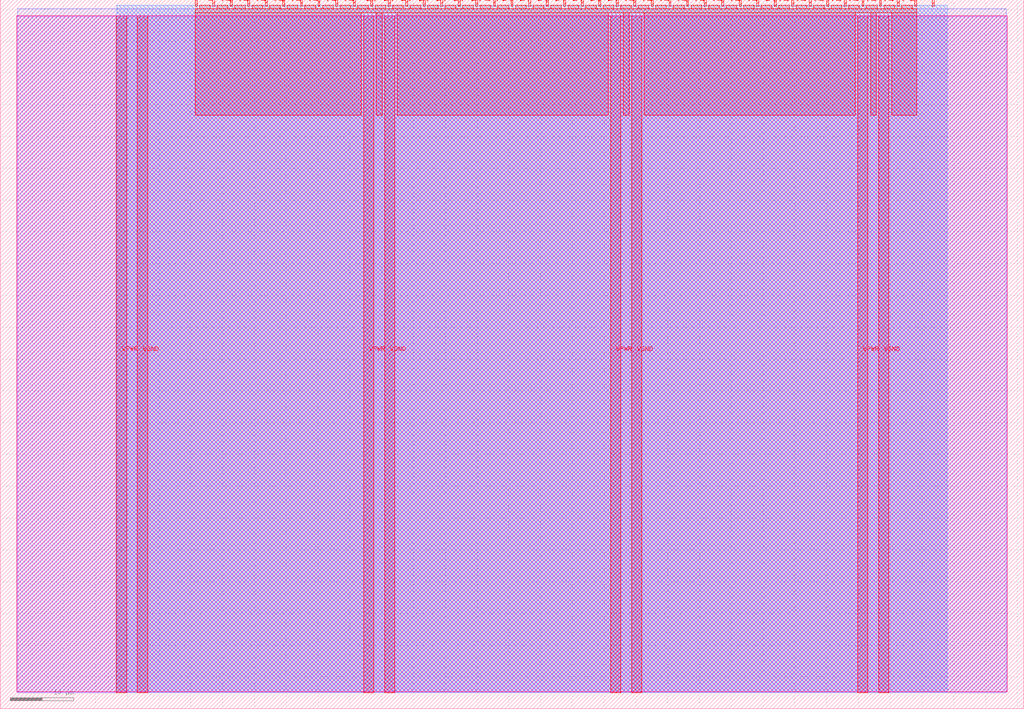
<source format=lef>
VERSION 5.7 ;
  NOWIREEXTENSIONATPIN ON ;
  DIVIDERCHAR "/" ;
  BUSBITCHARS "[]" ;
MACRO tt_um_kashmaster_carryskip
  CLASS BLOCK ;
  FOREIGN tt_um_kashmaster_carryskip ;
  ORIGIN 0.000 0.000 ;
  SIZE 161.000 BY 111.520 ;
  PIN VGND
    DIRECTION INOUT ;
    USE GROUND ;
    PORT
      LAYER met4 ;
        RECT 21.580 2.480 23.180 109.040 ;
    END
    PORT
      LAYER met4 ;
        RECT 60.450 2.480 62.050 109.040 ;
    END
    PORT
      LAYER met4 ;
        RECT 99.320 2.480 100.920 109.040 ;
    END
    PORT
      LAYER met4 ;
        RECT 138.190 2.480 139.790 109.040 ;
    END
  END VGND
  PIN VPWR
    DIRECTION INOUT ;
    USE POWER ;
    PORT
      LAYER met4 ;
        RECT 18.280 2.480 19.880 109.040 ;
    END
    PORT
      LAYER met4 ;
        RECT 57.150 2.480 58.750 109.040 ;
    END
    PORT
      LAYER met4 ;
        RECT 96.020 2.480 97.620 109.040 ;
    END
    PORT
      LAYER met4 ;
        RECT 134.890 2.480 136.490 109.040 ;
    END
  END VPWR
  PIN clk
    DIRECTION INPUT ;
    USE SIGNAL ;
    ANTENNAGATEAREA 0.852000 ;
    PORT
      LAYER met4 ;
        RECT 143.830 110.520 144.130 111.520 ;
    END
  END clk
  PIN ena
    DIRECTION INPUT ;
    USE SIGNAL ;
    PORT
      LAYER met4 ;
        RECT 146.590 110.520 146.890 111.520 ;
    END
  END ena
  PIN rst_n
    DIRECTION INPUT ;
    USE SIGNAL ;
    ANTENNAGATEAREA 0.159000 ;
    PORT
      LAYER met4 ;
        RECT 141.070 110.520 141.370 111.520 ;
    END
  END rst_n
  PIN ui_in[0]
    DIRECTION INPUT ;
    USE SIGNAL ;
    ANTENNAGATEAREA 0.196500 ;
    PORT
      LAYER met4 ;
        RECT 138.310 110.520 138.610 111.520 ;
    END
  END ui_in[0]
  PIN ui_in[1]
    DIRECTION INPUT ;
    USE SIGNAL ;
    ANTENNAGATEAREA 0.196500 ;
    PORT
      LAYER met4 ;
        RECT 135.550 110.520 135.850 111.520 ;
    END
  END ui_in[1]
  PIN ui_in[2]
    DIRECTION INPUT ;
    USE SIGNAL ;
    ANTENNAGATEAREA 0.196500 ;
    PORT
      LAYER met4 ;
        RECT 132.790 110.520 133.090 111.520 ;
    END
  END ui_in[2]
  PIN ui_in[3]
    DIRECTION INPUT ;
    USE SIGNAL ;
    ANTENNAGATEAREA 0.196500 ;
    PORT
      LAYER met4 ;
        RECT 130.030 110.520 130.330 111.520 ;
    END
  END ui_in[3]
  PIN ui_in[4]
    DIRECTION INPUT ;
    USE SIGNAL ;
    ANTENNAGATEAREA 0.196500 ;
    PORT
      LAYER met4 ;
        RECT 127.270 110.520 127.570 111.520 ;
    END
  END ui_in[4]
  PIN ui_in[5]
    DIRECTION INPUT ;
    USE SIGNAL ;
    ANTENNAGATEAREA 0.196500 ;
    PORT
      LAYER met4 ;
        RECT 124.510 110.520 124.810 111.520 ;
    END
  END ui_in[5]
  PIN ui_in[6]
    DIRECTION INPUT ;
    USE SIGNAL ;
    ANTENNAGATEAREA 0.196500 ;
    PORT
      LAYER met4 ;
        RECT 121.750 110.520 122.050 111.520 ;
    END
  END ui_in[6]
  PIN ui_in[7]
    DIRECTION INPUT ;
    USE SIGNAL ;
    ANTENNAGATEAREA 0.196500 ;
    PORT
      LAYER met4 ;
        RECT 118.990 110.520 119.290 111.520 ;
    END
  END ui_in[7]
  PIN uio_in[0]
    DIRECTION INPUT ;
    USE SIGNAL ;
    ANTENNAGATEAREA 0.196500 ;
    PORT
      LAYER met4 ;
        RECT 116.230 110.520 116.530 111.520 ;
    END
  END uio_in[0]
  PIN uio_in[1]
    DIRECTION INPUT ;
    USE SIGNAL ;
    ANTENNAGATEAREA 0.196500 ;
    PORT
      LAYER met4 ;
        RECT 113.470 110.520 113.770 111.520 ;
    END
  END uio_in[1]
  PIN uio_in[2]
    DIRECTION INPUT ;
    USE SIGNAL ;
    ANTENNAGATEAREA 0.196500 ;
    PORT
      LAYER met4 ;
        RECT 110.710 110.520 111.010 111.520 ;
    END
  END uio_in[2]
  PIN uio_in[3]
    DIRECTION INPUT ;
    USE SIGNAL ;
    ANTENNAGATEAREA 0.196500 ;
    PORT
      LAYER met4 ;
        RECT 107.950 110.520 108.250 111.520 ;
    END
  END uio_in[3]
  PIN uio_in[4]
    DIRECTION INPUT ;
    USE SIGNAL ;
    ANTENNAGATEAREA 0.196500 ;
    PORT
      LAYER met4 ;
        RECT 105.190 110.520 105.490 111.520 ;
    END
  END uio_in[4]
  PIN uio_in[5]
    DIRECTION INPUT ;
    USE SIGNAL ;
    ANTENNAGATEAREA 0.196500 ;
    PORT
      LAYER met4 ;
        RECT 102.430 110.520 102.730 111.520 ;
    END
  END uio_in[5]
  PIN uio_in[6]
    DIRECTION INPUT ;
    USE SIGNAL ;
    ANTENNAGATEAREA 0.196500 ;
    PORT
      LAYER met4 ;
        RECT 99.670 110.520 99.970 111.520 ;
    END
  END uio_in[6]
  PIN uio_in[7]
    DIRECTION INPUT ;
    USE SIGNAL ;
    ANTENNAGATEAREA 0.196500 ;
    PORT
      LAYER met4 ;
        RECT 96.910 110.520 97.210 111.520 ;
    END
  END uio_in[7]
  PIN uio_oe[0]
    DIRECTION OUTPUT ;
    USE SIGNAL ;
    PORT
      LAYER met4 ;
        RECT 49.990 110.520 50.290 111.520 ;
    END
  END uio_oe[0]
  PIN uio_oe[1]
    DIRECTION OUTPUT ;
    USE SIGNAL ;
    PORT
      LAYER met4 ;
        RECT 47.230 110.520 47.530 111.520 ;
    END
  END uio_oe[1]
  PIN uio_oe[2]
    DIRECTION OUTPUT ;
    USE SIGNAL ;
    PORT
      LAYER met4 ;
        RECT 44.470 110.520 44.770 111.520 ;
    END
  END uio_oe[2]
  PIN uio_oe[3]
    DIRECTION OUTPUT ;
    USE SIGNAL ;
    PORT
      LAYER met4 ;
        RECT 41.710 110.520 42.010 111.520 ;
    END
  END uio_oe[3]
  PIN uio_oe[4]
    DIRECTION OUTPUT ;
    USE SIGNAL ;
    PORT
      LAYER met4 ;
        RECT 38.950 110.520 39.250 111.520 ;
    END
  END uio_oe[4]
  PIN uio_oe[5]
    DIRECTION OUTPUT ;
    USE SIGNAL ;
    PORT
      LAYER met4 ;
        RECT 36.190 110.520 36.490 111.520 ;
    END
  END uio_oe[5]
  PIN uio_oe[6]
    DIRECTION OUTPUT ;
    USE SIGNAL ;
    PORT
      LAYER met4 ;
        RECT 33.430 110.520 33.730 111.520 ;
    END
  END uio_oe[6]
  PIN uio_oe[7]
    DIRECTION OUTPUT ;
    USE SIGNAL ;
    PORT
      LAYER met4 ;
        RECT 30.670 110.520 30.970 111.520 ;
    END
  END uio_oe[7]
  PIN uio_out[0]
    DIRECTION OUTPUT ;
    USE SIGNAL ;
    PORT
      LAYER met4 ;
        RECT 72.070 110.520 72.370 111.520 ;
    END
  END uio_out[0]
  PIN uio_out[1]
    DIRECTION OUTPUT ;
    USE SIGNAL ;
    PORT
      LAYER met4 ;
        RECT 69.310 110.520 69.610 111.520 ;
    END
  END uio_out[1]
  PIN uio_out[2]
    DIRECTION OUTPUT ;
    USE SIGNAL ;
    PORT
      LAYER met4 ;
        RECT 66.550 110.520 66.850 111.520 ;
    END
  END uio_out[2]
  PIN uio_out[3]
    DIRECTION OUTPUT ;
    USE SIGNAL ;
    PORT
      LAYER met4 ;
        RECT 63.790 110.520 64.090 111.520 ;
    END
  END uio_out[3]
  PIN uio_out[4]
    DIRECTION OUTPUT ;
    USE SIGNAL ;
    PORT
      LAYER met4 ;
        RECT 61.030 110.520 61.330 111.520 ;
    END
  END uio_out[4]
  PIN uio_out[5]
    DIRECTION OUTPUT ;
    USE SIGNAL ;
    PORT
      LAYER met4 ;
        RECT 58.270 110.520 58.570 111.520 ;
    END
  END uio_out[5]
  PIN uio_out[6]
    DIRECTION OUTPUT ;
    USE SIGNAL ;
    PORT
      LAYER met4 ;
        RECT 55.510 110.520 55.810 111.520 ;
    END
  END uio_out[6]
  PIN uio_out[7]
    DIRECTION OUTPUT ;
    USE SIGNAL ;
    PORT
      LAYER met4 ;
        RECT 52.750 110.520 53.050 111.520 ;
    END
  END uio_out[7]
  PIN uo_out[0]
    DIRECTION OUTPUT ;
    USE SIGNAL ;
    ANTENNADIFFAREA 0.891000 ;
    PORT
      LAYER met4 ;
        RECT 94.150 110.520 94.450 111.520 ;
    END
  END uo_out[0]
  PIN uo_out[1]
    DIRECTION OUTPUT ;
    USE SIGNAL ;
    ANTENNADIFFAREA 0.891000 ;
    PORT
      LAYER met4 ;
        RECT 91.390 110.520 91.690 111.520 ;
    END
  END uo_out[1]
  PIN uo_out[2]
    DIRECTION OUTPUT ;
    USE SIGNAL ;
    ANTENNADIFFAREA 0.891000 ;
    PORT
      LAYER met4 ;
        RECT 88.630 110.520 88.930 111.520 ;
    END
  END uo_out[2]
  PIN uo_out[3]
    DIRECTION OUTPUT ;
    USE SIGNAL ;
    ANTENNADIFFAREA 0.891000 ;
    PORT
      LAYER met4 ;
        RECT 85.870 110.520 86.170 111.520 ;
    END
  END uo_out[3]
  PIN uo_out[4]
    DIRECTION OUTPUT ;
    USE SIGNAL ;
    ANTENNADIFFAREA 0.891000 ;
    PORT
      LAYER met4 ;
        RECT 83.110 110.520 83.410 111.520 ;
    END
  END uo_out[4]
  PIN uo_out[5]
    DIRECTION OUTPUT ;
    USE SIGNAL ;
    ANTENNADIFFAREA 0.891000 ;
    PORT
      LAYER met4 ;
        RECT 80.350 110.520 80.650 111.520 ;
    END
  END uo_out[5]
  PIN uo_out[6]
    DIRECTION OUTPUT ;
    USE SIGNAL ;
    ANTENNADIFFAREA 0.891000 ;
    PORT
      LAYER met4 ;
        RECT 77.590 110.520 77.890 111.520 ;
    END
  END uo_out[6]
  PIN uo_out[7]
    DIRECTION OUTPUT ;
    USE SIGNAL ;
    ANTENNADIFFAREA 0.891000 ;
    PORT
      LAYER met4 ;
        RECT 74.830 110.520 75.130 111.520 ;
    END
  END uo_out[7]
  OBS
      LAYER nwell ;
        RECT 2.570 2.635 158.430 108.990 ;
      LAYER li1 ;
        RECT 2.760 2.635 158.240 108.885 ;
      LAYER met1 ;
        RECT 2.760 2.480 158.240 110.120 ;
      LAYER met2 ;
        RECT 18.310 2.535 148.950 110.685 ;
      LAYER met3 ;
        RECT 18.290 2.555 148.975 110.665 ;
      LAYER met4 ;
        RECT 31.370 110.120 33.030 110.665 ;
        RECT 34.130 110.120 35.790 110.665 ;
        RECT 36.890 110.120 38.550 110.665 ;
        RECT 39.650 110.120 41.310 110.665 ;
        RECT 42.410 110.120 44.070 110.665 ;
        RECT 45.170 110.120 46.830 110.665 ;
        RECT 47.930 110.120 49.590 110.665 ;
        RECT 50.690 110.120 52.350 110.665 ;
        RECT 53.450 110.120 55.110 110.665 ;
        RECT 56.210 110.120 57.870 110.665 ;
        RECT 58.970 110.120 60.630 110.665 ;
        RECT 61.730 110.120 63.390 110.665 ;
        RECT 64.490 110.120 66.150 110.665 ;
        RECT 67.250 110.120 68.910 110.665 ;
        RECT 70.010 110.120 71.670 110.665 ;
        RECT 72.770 110.120 74.430 110.665 ;
        RECT 75.530 110.120 77.190 110.665 ;
        RECT 78.290 110.120 79.950 110.665 ;
        RECT 81.050 110.120 82.710 110.665 ;
        RECT 83.810 110.120 85.470 110.665 ;
        RECT 86.570 110.120 88.230 110.665 ;
        RECT 89.330 110.120 90.990 110.665 ;
        RECT 92.090 110.120 93.750 110.665 ;
        RECT 94.850 110.120 96.510 110.665 ;
        RECT 97.610 110.120 99.270 110.665 ;
        RECT 100.370 110.120 102.030 110.665 ;
        RECT 103.130 110.120 104.790 110.665 ;
        RECT 105.890 110.120 107.550 110.665 ;
        RECT 108.650 110.120 110.310 110.665 ;
        RECT 111.410 110.120 113.070 110.665 ;
        RECT 114.170 110.120 115.830 110.665 ;
        RECT 116.930 110.120 118.590 110.665 ;
        RECT 119.690 110.120 121.350 110.665 ;
        RECT 122.450 110.120 124.110 110.665 ;
        RECT 125.210 110.120 126.870 110.665 ;
        RECT 127.970 110.120 129.630 110.665 ;
        RECT 130.730 110.120 132.390 110.665 ;
        RECT 133.490 110.120 135.150 110.665 ;
        RECT 136.250 110.120 137.910 110.665 ;
        RECT 139.010 110.120 140.670 110.665 ;
        RECT 141.770 110.120 143.430 110.665 ;
        RECT 30.655 109.440 144.145 110.120 ;
        RECT 30.655 93.335 56.750 109.440 ;
        RECT 59.150 93.335 60.050 109.440 ;
        RECT 62.450 93.335 95.620 109.440 ;
        RECT 98.020 93.335 98.920 109.440 ;
        RECT 101.320 93.335 134.490 109.440 ;
        RECT 136.890 93.335 137.790 109.440 ;
        RECT 140.190 93.335 144.145 109.440 ;
  END
END tt_um_kashmaster_carryskip
END LIBRARY


</source>
